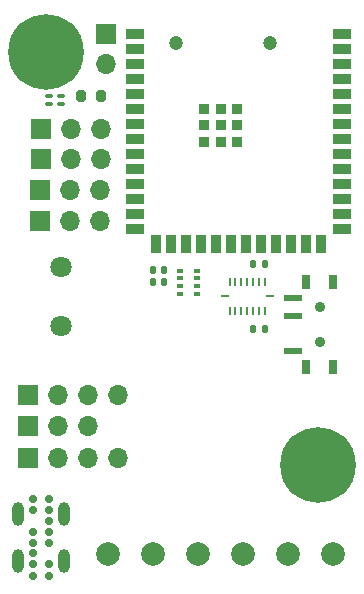
<source format=gbr>
%TF.GenerationSoftware,KiCad,Pcbnew,7.0.2*%
%TF.CreationDate,2023-07-13T20:15:54-07:00*%
%TF.ProjectId,chronos-polaris-hardware,6368726f-6e6f-4732-9d70-6f6c61726973,rev?*%
%TF.SameCoordinates,Original*%
%TF.FileFunction,Soldermask,Top*%
%TF.FilePolarity,Negative*%
%FSLAX46Y46*%
G04 Gerber Fmt 4.6, Leading zero omitted, Abs format (unit mm)*
G04 Created by KiCad (PCBNEW 7.0.2) date 2023-07-13 20:15:54*
%MOMM*%
%LPD*%
G01*
G04 APERTURE LIST*
G04 Aperture macros list*
%AMRoundRect*
0 Rectangle with rounded corners*
0 $1 Rounding radius*
0 $2 $3 $4 $5 $6 $7 $8 $9 X,Y pos of 4 corners*
0 Add a 4 corners polygon primitive as box body*
4,1,4,$2,$3,$4,$5,$6,$7,$8,$9,$2,$3,0*
0 Add four circle primitives for the rounded corners*
1,1,$1+$1,$2,$3*
1,1,$1+$1,$4,$5*
1,1,$1+$1,$6,$7*
1,1,$1+$1,$8,$9*
0 Add four rect primitives between the rounded corners*
20,1,$1+$1,$2,$3,$4,$5,0*
20,1,$1+$1,$4,$5,$6,$7,0*
20,1,$1+$1,$6,$7,$8,$9,0*
20,1,$1+$1,$8,$9,$2,$3,0*%
G04 Aperture macros list end*
%ADD10C,6.400000*%
%ADD11O,0.686995X0.364008*%
%ADD12RoundRect,0.140000X-0.140000X-0.170000X0.140000X-0.170000X0.140000X0.170000X-0.140000X0.170000X0*%
%ADD13RoundRect,0.200000X-0.200000X-0.275000X0.200000X-0.275000X0.200000X0.275000X-0.200000X0.275000X0*%
%ADD14C,2.000000*%
%ADD15C,0.900025*%
%ADD16R,1.524003X0.600000*%
%ADD17R,0.700000X1.200000*%
%ADD18RoundRect,0.140000X0.140000X0.170000X-0.140000X0.170000X-0.140000X-0.170000X0.140000X-0.170000X0*%
%ADD19R,1.700000X1.700000*%
%ADD20O,1.700000X1.700000*%
%ADD21R,1.500000X0.900000*%
%ADD22R,0.900000X1.500000*%
%ADD23R,0.900000X0.900000*%
%ADD24R,0.250013X0.800000*%
%ADD25R,0.800000X0.250013*%
%ADD26C,1.800000*%
%ADD27O,1.000000X2.000000*%
%ADD28C,0.700000*%
%ADD29R,0.600000X0.400000*%
%ADD30C,1.200000*%
G04 APERTURE END LIST*
D10*
%TO.C,H1*%
X26500000Y11500000D03*
%TD*%
D11*
%TO.C,U14*%
X3713170Y42750000D03*
X4750000Y42750000D03*
X4750000Y42100012D03*
X3713170Y42100012D03*
%TD*%
D12*
%TO.C,C8*%
X21000000Y23000000D03*
X21960000Y23000000D03*
%TD*%
D13*
%TO.C,R11*%
X6425000Y42750000D03*
X8075000Y42750000D03*
%TD*%
D14*
%TO.C,P1*%
X27775019Y4000000D03*
X23965011Y4000000D03*
X20155004Y4000000D03*
X16344996Y4000000D03*
X12534989Y4000000D03*
X8724981Y4000000D03*
%TD*%
D15*
%TO.C,U10*%
X26650114Y21900178D03*
X26650114Y24900178D03*
D16*
X24399924Y21150115D03*
X24399924Y24150115D03*
X24399924Y25650242D03*
D17*
X25500000Y19800102D03*
X27799974Y19800102D03*
X25500000Y27000000D03*
X27799974Y27000000D03*
%TD*%
D18*
%TO.C,C7*%
X13480000Y27000000D03*
X12520000Y27000000D03*
%TD*%
D19*
%TO.C,J8*%
X8500000Y48000000D03*
D20*
X8500000Y45460000D03*
%TD*%
D21*
%TO.C,U2*%
X11000000Y48000000D03*
X11000000Y46729997D03*
X11000000Y45459995D03*
X11000000Y44189992D03*
X11000000Y42919990D03*
X11000000Y41649987D03*
X11000000Y40379985D03*
X11000000Y39109982D03*
X11000000Y37839979D03*
X11000000Y36569977D03*
X11000000Y35299974D03*
X11000000Y34029972D03*
X11000000Y32759969D03*
X11000000Y31489967D03*
D22*
X12765050Y30210058D03*
X14035053Y30210058D03*
X15305055Y30210058D03*
X16575058Y30210058D03*
X17845060Y30210058D03*
X19115063Y30210058D03*
X20385065Y30210058D03*
X21655068Y30210058D03*
X22925070Y30210058D03*
X24195073Y30210058D03*
X25465075Y30210058D03*
X26735078Y30240030D03*
D21*
X28500128Y31489967D03*
X28500128Y32759969D03*
X28500128Y34029972D03*
X28500128Y35299974D03*
X28500128Y36569977D03*
X28500128Y37839979D03*
X28500128Y39109982D03*
X28500128Y40379985D03*
X28500128Y41649987D03*
X28500128Y42919990D03*
X28500128Y44189992D03*
X28500128Y45459995D03*
X28500128Y46729997D03*
X28500128Y48000000D03*
D23*
X16849886Y41679959D03*
X16849886Y40279908D03*
X16849886Y38879858D03*
X18249937Y41679959D03*
X18249937Y40279908D03*
X18249937Y38879858D03*
X19649988Y41679959D03*
X19649988Y40279908D03*
X19649988Y38879858D03*
%TD*%
D19*
%TO.C,J5*%
X1935098Y14793962D03*
D20*
X4475098Y14793962D03*
X7015098Y14793962D03*
%TD*%
D19*
%TO.C,J6*%
X1928211Y12157346D03*
D20*
X4468211Y12157346D03*
X7008211Y12157346D03*
X9548211Y12157346D03*
%TD*%
D19*
%TO.C,J4*%
X2980178Y32162980D03*
D20*
X5520178Y32162980D03*
X8060178Y32162980D03*
%TD*%
D24*
%TO.C,U3*%
X21997841Y24600204D03*
X21497968Y24600204D03*
X20997841Y24600204D03*
X20497968Y24600204D03*
X19997841Y24600204D03*
X19497968Y24600204D03*
X18997841Y24600204D03*
D25*
X18585090Y25800102D03*
D24*
X18997841Y27000000D03*
X19497968Y27000000D03*
X19997841Y27000000D03*
X20497968Y27000000D03*
X20997841Y27000000D03*
X21497968Y27000000D03*
X21997841Y27000000D03*
D25*
X22414910Y25800102D03*
%TD*%
D10*
%TO.C,H4*%
X3500000Y46500000D03*
%TD*%
D18*
%TO.C,C6*%
X13480000Y28000000D03*
X12520000Y28000000D03*
%TD*%
D19*
%TO.C,J7*%
X1932820Y17458975D03*
D20*
X4472820Y17458975D03*
X7012820Y17458975D03*
X9552820Y17458975D03*
%TD*%
D26*
%TO.C,BUZ1*%
X4750000Y23250000D03*
X4750000Y28250000D03*
%TD*%
D12*
%TO.C,C9*%
X21020000Y28500000D03*
X21980000Y28500000D03*
%TD*%
D27*
%TO.C,U15*%
X1120079Y3399733D03*
X4979871Y3399733D03*
X1120079Y7399733D03*
X4979871Y7399733D03*
D28*
X2349950Y2149796D03*
X2349950Y3099758D03*
X2349950Y4049974D03*
X2349950Y4949898D03*
X2349950Y5849822D03*
X2349950Y7699962D03*
X2349950Y8649924D03*
X3750000Y8649924D03*
X3750000Y7699962D03*
X3750000Y6750000D03*
X3750000Y5849822D03*
X3750000Y4949898D03*
X3750000Y3099758D03*
X3750000Y2149796D03*
%TD*%
D29*
%TO.C,U4*%
X16224917Y27975108D03*
X16224917Y27324867D03*
X16224917Y26675133D03*
X16224917Y26024892D03*
X14775083Y26024892D03*
X14775083Y26675133D03*
X14775083Y27324867D03*
X14775083Y27975108D03*
%TD*%
D19*
%TO.C,J3*%
X2977562Y34784466D03*
D20*
X5517562Y34784466D03*
X8057562Y34784466D03*
%TD*%
D19*
%TO.C,J2*%
X2995487Y37390877D03*
D20*
X5535487Y37390877D03*
X8075487Y37390877D03*
%TD*%
D19*
%TO.C,J1*%
X3000000Y40000000D03*
D20*
X5540000Y40000000D03*
X8080000Y40000000D03*
%TD*%
D30*
%TO.C,U5*%
X14449898Y47250000D03*
X22449898Y47250000D03*
%TD*%
M02*

</source>
